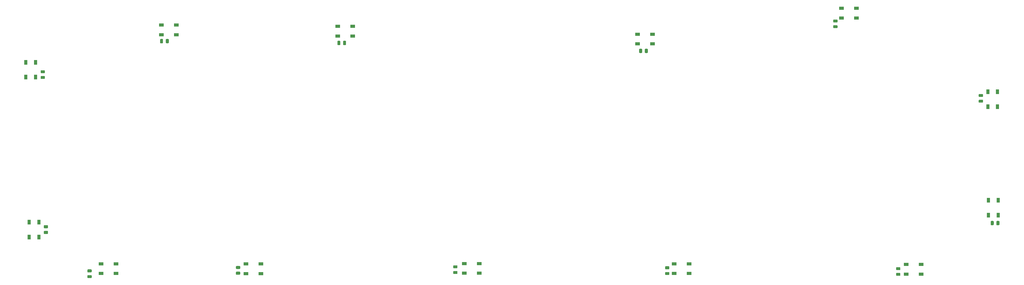
<source format=gbr>
G04 #@! TF.GenerationSoftware,KiCad,Pcbnew,5.1.5+dfsg1-2build2*
G04 #@! TF.CreationDate,2020-08-08T12:50:20+01:00*
G04 #@! TF.ProjectId,stoutgatv2,73746f75-7467-4617-9476-322e6b696361,0.2*
G04 #@! TF.SameCoordinates,Original*
G04 #@! TF.FileFunction,Paste,Bot*
G04 #@! TF.FilePolarity,Positive*
%FSLAX46Y46*%
G04 Gerber Fmt 4.6, Leading zero omitted, Abs format (unit mm)*
G04 Created by KiCad (PCBNEW 5.1.5+dfsg1-2build2) date 2020-08-08 12:50:20*
%MOMM*%
%LPD*%
G04 APERTURE LIST*
%ADD10C,0.100000*%
%ADD11R,1.500000X1.000000*%
%ADD12R,1.000000X1.500000*%
G04 APERTURE END LIST*
D10*
G36*
X384391842Y-164223374D02*
G01*
X384415503Y-164226884D01*
X384438707Y-164232696D01*
X384461229Y-164240754D01*
X384482853Y-164250982D01*
X384503370Y-164263279D01*
X384522583Y-164277529D01*
X384540307Y-164293593D01*
X384556371Y-164311317D01*
X384570621Y-164330530D01*
X384582918Y-164351047D01*
X384593146Y-164372671D01*
X384601204Y-164395193D01*
X384607016Y-164418397D01*
X384610526Y-164442058D01*
X384611700Y-164465950D01*
X384611700Y-165378450D01*
X384610526Y-165402342D01*
X384607016Y-165426003D01*
X384601204Y-165449207D01*
X384593146Y-165471729D01*
X384582918Y-165493353D01*
X384570621Y-165513870D01*
X384556371Y-165533083D01*
X384540307Y-165550807D01*
X384522583Y-165566871D01*
X384503370Y-165581121D01*
X384482853Y-165593418D01*
X384461229Y-165603646D01*
X384438707Y-165611704D01*
X384415503Y-165617516D01*
X384391842Y-165621026D01*
X384367950Y-165622200D01*
X383880450Y-165622200D01*
X383856558Y-165621026D01*
X383832897Y-165617516D01*
X383809693Y-165611704D01*
X383787171Y-165603646D01*
X383765547Y-165593418D01*
X383745030Y-165581121D01*
X383725817Y-165566871D01*
X383708093Y-165550807D01*
X383692029Y-165533083D01*
X383677779Y-165513870D01*
X383665482Y-165493353D01*
X383655254Y-165471729D01*
X383647196Y-165449207D01*
X383641384Y-165426003D01*
X383637874Y-165402342D01*
X383636700Y-165378450D01*
X383636700Y-164465950D01*
X383637874Y-164442058D01*
X383641384Y-164418397D01*
X383647196Y-164395193D01*
X383655254Y-164372671D01*
X383665482Y-164351047D01*
X383677779Y-164330530D01*
X383692029Y-164311317D01*
X383708093Y-164293593D01*
X383725817Y-164277529D01*
X383745030Y-164263279D01*
X383765547Y-164250982D01*
X383787171Y-164240754D01*
X383809693Y-164232696D01*
X383832897Y-164226884D01*
X383856558Y-164223374D01*
X383880450Y-164222200D01*
X384367950Y-164222200D01*
X384391842Y-164223374D01*
G37*
G36*
X382516842Y-164223374D02*
G01*
X382540503Y-164226884D01*
X382563707Y-164232696D01*
X382586229Y-164240754D01*
X382607853Y-164250982D01*
X382628370Y-164263279D01*
X382647583Y-164277529D01*
X382665307Y-164293593D01*
X382681371Y-164311317D01*
X382695621Y-164330530D01*
X382707918Y-164351047D01*
X382718146Y-164372671D01*
X382726204Y-164395193D01*
X382732016Y-164418397D01*
X382735526Y-164442058D01*
X382736700Y-164465950D01*
X382736700Y-165378450D01*
X382735526Y-165402342D01*
X382732016Y-165426003D01*
X382726204Y-165449207D01*
X382718146Y-165471729D01*
X382707918Y-165493353D01*
X382695621Y-165513870D01*
X382681371Y-165533083D01*
X382665307Y-165550807D01*
X382647583Y-165566871D01*
X382628370Y-165581121D01*
X382607853Y-165593418D01*
X382586229Y-165603646D01*
X382563707Y-165611704D01*
X382540503Y-165617516D01*
X382516842Y-165621026D01*
X382492950Y-165622200D01*
X382005450Y-165622200D01*
X381981558Y-165621026D01*
X381957897Y-165617516D01*
X381934693Y-165611704D01*
X381912171Y-165603646D01*
X381890547Y-165593418D01*
X381870030Y-165581121D01*
X381850817Y-165566871D01*
X381833093Y-165550807D01*
X381817029Y-165533083D01*
X381802779Y-165513870D01*
X381790482Y-165493353D01*
X381780254Y-165471729D01*
X381772196Y-165449207D01*
X381766384Y-165426003D01*
X381762874Y-165402342D01*
X381761700Y-165378450D01*
X381761700Y-164465950D01*
X381762874Y-164442058D01*
X381766384Y-164418397D01*
X381772196Y-164395193D01*
X381780254Y-164372671D01*
X381790482Y-164351047D01*
X381802779Y-164330530D01*
X381817029Y-164311317D01*
X381833093Y-164293593D01*
X381850817Y-164277529D01*
X381870030Y-164263279D01*
X381890547Y-164250982D01*
X381912171Y-164240754D01*
X381934693Y-164232696D01*
X381957897Y-164226884D01*
X381981558Y-164223374D01*
X382005450Y-164222200D01*
X382492950Y-164222200D01*
X382516842Y-164223374D01*
G37*
G36*
X378990942Y-124380074D02*
G01*
X379014603Y-124383584D01*
X379037807Y-124389396D01*
X379060329Y-124397454D01*
X379081953Y-124407682D01*
X379102470Y-124419979D01*
X379121683Y-124434229D01*
X379139407Y-124450293D01*
X379155471Y-124468017D01*
X379169721Y-124487230D01*
X379182018Y-124507747D01*
X379192246Y-124529371D01*
X379200304Y-124551893D01*
X379206116Y-124575097D01*
X379209626Y-124598758D01*
X379210800Y-124622650D01*
X379210800Y-125110150D01*
X379209626Y-125134042D01*
X379206116Y-125157703D01*
X379200304Y-125180907D01*
X379192246Y-125203429D01*
X379182018Y-125225053D01*
X379169721Y-125245570D01*
X379155471Y-125264783D01*
X379139407Y-125282507D01*
X379121683Y-125298571D01*
X379102470Y-125312821D01*
X379081953Y-125325118D01*
X379060329Y-125335346D01*
X379037807Y-125343404D01*
X379014603Y-125349216D01*
X378990942Y-125352726D01*
X378967050Y-125353900D01*
X378054550Y-125353900D01*
X378030658Y-125352726D01*
X378006997Y-125349216D01*
X377983793Y-125343404D01*
X377961271Y-125335346D01*
X377939647Y-125325118D01*
X377919130Y-125312821D01*
X377899917Y-125298571D01*
X377882193Y-125282507D01*
X377866129Y-125264783D01*
X377851879Y-125245570D01*
X377839582Y-125225053D01*
X377829354Y-125203429D01*
X377821296Y-125180907D01*
X377815484Y-125157703D01*
X377811974Y-125134042D01*
X377810800Y-125110150D01*
X377810800Y-124622650D01*
X377811974Y-124598758D01*
X377815484Y-124575097D01*
X377821296Y-124551893D01*
X377829354Y-124529371D01*
X377839582Y-124507747D01*
X377851879Y-124487230D01*
X377866129Y-124468017D01*
X377882193Y-124450293D01*
X377899917Y-124434229D01*
X377919130Y-124419979D01*
X377939647Y-124407682D01*
X377961271Y-124397454D01*
X377983793Y-124389396D01*
X378006997Y-124383584D01*
X378030658Y-124380074D01*
X378054550Y-124378900D01*
X378967050Y-124378900D01*
X378990942Y-124380074D01*
G37*
G36*
X378990942Y-122505074D02*
G01*
X379014603Y-122508584D01*
X379037807Y-122514396D01*
X379060329Y-122522454D01*
X379081953Y-122532682D01*
X379102470Y-122544979D01*
X379121683Y-122559229D01*
X379139407Y-122575293D01*
X379155471Y-122593017D01*
X379169721Y-122612230D01*
X379182018Y-122632747D01*
X379192246Y-122654371D01*
X379200304Y-122676893D01*
X379206116Y-122700097D01*
X379209626Y-122723758D01*
X379210800Y-122747650D01*
X379210800Y-123235150D01*
X379209626Y-123259042D01*
X379206116Y-123282703D01*
X379200304Y-123305907D01*
X379192246Y-123328429D01*
X379182018Y-123350053D01*
X379169721Y-123370570D01*
X379155471Y-123389783D01*
X379139407Y-123407507D01*
X379121683Y-123423571D01*
X379102470Y-123437821D01*
X379081953Y-123450118D01*
X379060329Y-123460346D01*
X379037807Y-123468404D01*
X379014603Y-123474216D01*
X378990942Y-123477726D01*
X378967050Y-123478900D01*
X378054550Y-123478900D01*
X378030658Y-123477726D01*
X378006997Y-123474216D01*
X377983793Y-123468404D01*
X377961271Y-123460346D01*
X377939647Y-123450118D01*
X377919130Y-123437821D01*
X377899917Y-123423571D01*
X377882193Y-123407507D01*
X377866129Y-123389783D01*
X377851879Y-123370570D01*
X377839582Y-123350053D01*
X377829354Y-123328429D01*
X377821296Y-123305907D01*
X377815484Y-123282703D01*
X377811974Y-123259042D01*
X377810800Y-123235150D01*
X377810800Y-122747650D01*
X377811974Y-122723758D01*
X377815484Y-122700097D01*
X377821296Y-122676893D01*
X377829354Y-122654371D01*
X377839582Y-122632747D01*
X377851879Y-122612230D01*
X377866129Y-122593017D01*
X377882193Y-122575293D01*
X377899917Y-122559229D01*
X377919130Y-122544979D01*
X377939647Y-122532682D01*
X377961271Y-122522454D01*
X377983793Y-122514396D01*
X378006997Y-122508584D01*
X378030658Y-122505074D01*
X378054550Y-122503900D01*
X378967050Y-122503900D01*
X378990942Y-122505074D01*
G37*
G36*
X275993942Y-180996674D02*
G01*
X276017603Y-181000184D01*
X276040807Y-181005996D01*
X276063329Y-181014054D01*
X276084953Y-181024282D01*
X276105470Y-181036579D01*
X276124683Y-181050829D01*
X276142407Y-181066893D01*
X276158471Y-181084617D01*
X276172721Y-181103830D01*
X276185018Y-181124347D01*
X276195246Y-181145971D01*
X276203304Y-181168493D01*
X276209116Y-181191697D01*
X276212626Y-181215358D01*
X276213800Y-181239250D01*
X276213800Y-181726750D01*
X276212626Y-181750642D01*
X276209116Y-181774303D01*
X276203304Y-181797507D01*
X276195246Y-181820029D01*
X276185018Y-181841653D01*
X276172721Y-181862170D01*
X276158471Y-181881383D01*
X276142407Y-181899107D01*
X276124683Y-181915171D01*
X276105470Y-181929421D01*
X276084953Y-181941718D01*
X276063329Y-181951946D01*
X276040807Y-181960004D01*
X276017603Y-181965816D01*
X275993942Y-181969326D01*
X275970050Y-181970500D01*
X275057550Y-181970500D01*
X275033658Y-181969326D01*
X275009997Y-181965816D01*
X274986793Y-181960004D01*
X274964271Y-181951946D01*
X274942647Y-181941718D01*
X274922130Y-181929421D01*
X274902917Y-181915171D01*
X274885193Y-181899107D01*
X274869129Y-181881383D01*
X274854879Y-181862170D01*
X274842582Y-181841653D01*
X274832354Y-181820029D01*
X274824296Y-181797507D01*
X274818484Y-181774303D01*
X274814974Y-181750642D01*
X274813800Y-181726750D01*
X274813800Y-181239250D01*
X274814974Y-181215358D01*
X274818484Y-181191697D01*
X274824296Y-181168493D01*
X274832354Y-181145971D01*
X274842582Y-181124347D01*
X274854879Y-181103830D01*
X274869129Y-181084617D01*
X274885193Y-181066893D01*
X274902917Y-181050829D01*
X274922130Y-181036579D01*
X274942647Y-181024282D01*
X274964271Y-181014054D01*
X274986793Y-181005996D01*
X275009997Y-181000184D01*
X275033658Y-180996674D01*
X275057550Y-180995500D01*
X275970050Y-180995500D01*
X275993942Y-180996674D01*
G37*
G36*
X275993942Y-179121674D02*
G01*
X276017603Y-179125184D01*
X276040807Y-179130996D01*
X276063329Y-179139054D01*
X276084953Y-179149282D01*
X276105470Y-179161579D01*
X276124683Y-179175829D01*
X276142407Y-179191893D01*
X276158471Y-179209617D01*
X276172721Y-179228830D01*
X276185018Y-179249347D01*
X276195246Y-179270971D01*
X276203304Y-179293493D01*
X276209116Y-179316697D01*
X276212626Y-179340358D01*
X276213800Y-179364250D01*
X276213800Y-179851750D01*
X276212626Y-179875642D01*
X276209116Y-179899303D01*
X276203304Y-179922507D01*
X276195246Y-179945029D01*
X276185018Y-179966653D01*
X276172721Y-179987170D01*
X276158471Y-180006383D01*
X276142407Y-180024107D01*
X276124683Y-180040171D01*
X276105470Y-180054421D01*
X276084953Y-180066718D01*
X276063329Y-180076946D01*
X276040807Y-180085004D01*
X276017603Y-180090816D01*
X275993942Y-180094326D01*
X275970050Y-180095500D01*
X275057550Y-180095500D01*
X275033658Y-180094326D01*
X275009997Y-180090816D01*
X274986793Y-180085004D01*
X274964271Y-180076946D01*
X274942647Y-180066718D01*
X274922130Y-180054421D01*
X274902917Y-180040171D01*
X274885193Y-180024107D01*
X274869129Y-180006383D01*
X274854879Y-179987170D01*
X274842582Y-179966653D01*
X274832354Y-179945029D01*
X274824296Y-179922507D01*
X274818484Y-179899303D01*
X274814974Y-179875642D01*
X274813800Y-179851750D01*
X274813800Y-179364250D01*
X274814974Y-179340358D01*
X274818484Y-179316697D01*
X274824296Y-179293493D01*
X274832354Y-179270971D01*
X274842582Y-179249347D01*
X274854879Y-179228830D01*
X274869129Y-179209617D01*
X274885193Y-179191893D01*
X274902917Y-179175829D01*
X274922130Y-179161579D01*
X274942647Y-179149282D01*
X274964271Y-179139054D01*
X274986793Y-179130996D01*
X275009997Y-179125184D01*
X275033658Y-179121674D01*
X275057550Y-179120500D01*
X275970050Y-179120500D01*
X275993942Y-179121674D01*
G37*
G36*
X111593542Y-104431774D02*
G01*
X111617203Y-104435284D01*
X111640407Y-104441096D01*
X111662929Y-104449154D01*
X111684553Y-104459382D01*
X111705070Y-104471679D01*
X111724283Y-104485929D01*
X111742007Y-104501993D01*
X111758071Y-104519717D01*
X111772321Y-104538930D01*
X111784618Y-104559447D01*
X111794846Y-104581071D01*
X111802904Y-104603593D01*
X111808716Y-104626797D01*
X111812226Y-104650458D01*
X111813400Y-104674350D01*
X111813400Y-105586850D01*
X111812226Y-105610742D01*
X111808716Y-105634403D01*
X111802904Y-105657607D01*
X111794846Y-105680129D01*
X111784618Y-105701753D01*
X111772321Y-105722270D01*
X111758071Y-105741483D01*
X111742007Y-105759207D01*
X111724283Y-105775271D01*
X111705070Y-105789521D01*
X111684553Y-105801818D01*
X111662929Y-105812046D01*
X111640407Y-105820104D01*
X111617203Y-105825916D01*
X111593542Y-105829426D01*
X111569650Y-105830600D01*
X111082150Y-105830600D01*
X111058258Y-105829426D01*
X111034597Y-105825916D01*
X111011393Y-105820104D01*
X110988871Y-105812046D01*
X110967247Y-105801818D01*
X110946730Y-105789521D01*
X110927517Y-105775271D01*
X110909793Y-105759207D01*
X110893729Y-105741483D01*
X110879479Y-105722270D01*
X110867182Y-105701753D01*
X110856954Y-105680129D01*
X110848896Y-105657607D01*
X110843084Y-105634403D01*
X110839574Y-105610742D01*
X110838400Y-105586850D01*
X110838400Y-104674350D01*
X110839574Y-104650458D01*
X110843084Y-104626797D01*
X110848896Y-104603593D01*
X110856954Y-104581071D01*
X110867182Y-104559447D01*
X110879479Y-104538930D01*
X110893729Y-104519717D01*
X110909793Y-104501993D01*
X110927517Y-104485929D01*
X110946730Y-104471679D01*
X110967247Y-104459382D01*
X110988871Y-104449154D01*
X111011393Y-104441096D01*
X111034597Y-104435284D01*
X111058258Y-104431774D01*
X111082150Y-104430600D01*
X111569650Y-104430600D01*
X111593542Y-104431774D01*
G37*
G36*
X109718542Y-104431774D02*
G01*
X109742203Y-104435284D01*
X109765407Y-104441096D01*
X109787929Y-104449154D01*
X109809553Y-104459382D01*
X109830070Y-104471679D01*
X109849283Y-104485929D01*
X109867007Y-104501993D01*
X109883071Y-104519717D01*
X109897321Y-104538930D01*
X109909618Y-104559447D01*
X109919846Y-104581071D01*
X109927904Y-104603593D01*
X109933716Y-104626797D01*
X109937226Y-104650458D01*
X109938400Y-104674350D01*
X109938400Y-105586850D01*
X109937226Y-105610742D01*
X109933716Y-105634403D01*
X109927904Y-105657607D01*
X109919846Y-105680129D01*
X109909618Y-105701753D01*
X109897321Y-105722270D01*
X109883071Y-105741483D01*
X109867007Y-105759207D01*
X109849283Y-105775271D01*
X109830070Y-105789521D01*
X109809553Y-105801818D01*
X109787929Y-105812046D01*
X109765407Y-105820104D01*
X109742203Y-105825916D01*
X109718542Y-105829426D01*
X109694650Y-105830600D01*
X109207150Y-105830600D01*
X109183258Y-105829426D01*
X109159597Y-105825916D01*
X109136393Y-105820104D01*
X109113871Y-105812046D01*
X109092247Y-105801818D01*
X109071730Y-105789521D01*
X109052517Y-105775271D01*
X109034793Y-105759207D01*
X109018729Y-105741483D01*
X109004479Y-105722270D01*
X108992182Y-105701753D01*
X108981954Y-105680129D01*
X108973896Y-105657607D01*
X108968084Y-105634403D01*
X108964574Y-105610742D01*
X108963400Y-105586850D01*
X108963400Y-104674350D01*
X108964574Y-104650458D01*
X108968084Y-104626797D01*
X108973896Y-104603593D01*
X108981954Y-104581071D01*
X108992182Y-104559447D01*
X109004479Y-104538930D01*
X109018729Y-104519717D01*
X109034793Y-104501993D01*
X109052517Y-104485929D01*
X109071730Y-104471679D01*
X109092247Y-104459382D01*
X109113871Y-104449154D01*
X109136393Y-104441096D01*
X109159597Y-104435284D01*
X109183258Y-104431774D01*
X109207150Y-104430600D01*
X109694650Y-104430600D01*
X109718542Y-104431774D01*
G37*
G36*
X331213542Y-99915274D02*
G01*
X331237203Y-99918784D01*
X331260407Y-99924596D01*
X331282929Y-99932654D01*
X331304553Y-99942882D01*
X331325070Y-99955179D01*
X331344283Y-99969429D01*
X331362007Y-99985493D01*
X331378071Y-100003217D01*
X331392321Y-100022430D01*
X331404618Y-100042947D01*
X331414846Y-100064571D01*
X331422904Y-100087093D01*
X331428716Y-100110297D01*
X331432226Y-100133958D01*
X331433400Y-100157850D01*
X331433400Y-100645350D01*
X331432226Y-100669242D01*
X331428716Y-100692903D01*
X331422904Y-100716107D01*
X331414846Y-100738629D01*
X331404618Y-100760253D01*
X331392321Y-100780770D01*
X331378071Y-100799983D01*
X331362007Y-100817707D01*
X331344283Y-100833771D01*
X331325070Y-100848021D01*
X331304553Y-100860318D01*
X331282929Y-100870546D01*
X331260407Y-100878604D01*
X331237203Y-100884416D01*
X331213542Y-100887926D01*
X331189650Y-100889100D01*
X330277150Y-100889100D01*
X330253258Y-100887926D01*
X330229597Y-100884416D01*
X330206393Y-100878604D01*
X330183871Y-100870546D01*
X330162247Y-100860318D01*
X330141730Y-100848021D01*
X330122517Y-100833771D01*
X330104793Y-100817707D01*
X330088729Y-100799983D01*
X330074479Y-100780770D01*
X330062182Y-100760253D01*
X330051954Y-100738629D01*
X330043896Y-100716107D01*
X330038084Y-100692903D01*
X330034574Y-100669242D01*
X330033400Y-100645350D01*
X330033400Y-100157850D01*
X330034574Y-100133958D01*
X330038084Y-100110297D01*
X330043896Y-100087093D01*
X330051954Y-100064571D01*
X330062182Y-100042947D01*
X330074479Y-100022430D01*
X330088729Y-100003217D01*
X330104793Y-99985493D01*
X330122517Y-99969429D01*
X330141730Y-99955179D01*
X330162247Y-99942882D01*
X330183871Y-99932654D01*
X330206393Y-99924596D01*
X330229597Y-99918784D01*
X330253258Y-99915274D01*
X330277150Y-99914100D01*
X331189650Y-99914100D01*
X331213542Y-99915274D01*
G37*
G36*
X331213542Y-98040274D02*
G01*
X331237203Y-98043784D01*
X331260407Y-98049596D01*
X331282929Y-98057654D01*
X331304553Y-98067882D01*
X331325070Y-98080179D01*
X331344283Y-98094429D01*
X331362007Y-98110493D01*
X331378071Y-98128217D01*
X331392321Y-98147430D01*
X331404618Y-98167947D01*
X331414846Y-98189571D01*
X331422904Y-98212093D01*
X331428716Y-98235297D01*
X331432226Y-98258958D01*
X331433400Y-98282850D01*
X331433400Y-98770350D01*
X331432226Y-98794242D01*
X331428716Y-98817903D01*
X331422904Y-98841107D01*
X331414846Y-98863629D01*
X331404618Y-98885253D01*
X331392321Y-98905770D01*
X331378071Y-98924983D01*
X331362007Y-98942707D01*
X331344283Y-98958771D01*
X331325070Y-98973021D01*
X331304553Y-98985318D01*
X331282929Y-98995546D01*
X331260407Y-99003604D01*
X331237203Y-99009416D01*
X331213542Y-99012926D01*
X331189650Y-99014100D01*
X330277150Y-99014100D01*
X330253258Y-99012926D01*
X330229597Y-99009416D01*
X330206393Y-99003604D01*
X330183871Y-98995546D01*
X330162247Y-98985318D01*
X330141730Y-98973021D01*
X330122517Y-98958771D01*
X330104793Y-98942707D01*
X330088729Y-98924983D01*
X330074479Y-98905770D01*
X330062182Y-98885253D01*
X330051954Y-98863629D01*
X330043896Y-98841107D01*
X330038084Y-98817903D01*
X330034574Y-98794242D01*
X330033400Y-98770350D01*
X330033400Y-98282850D01*
X330034574Y-98258958D01*
X330038084Y-98235297D01*
X330043896Y-98212093D01*
X330051954Y-98189571D01*
X330062182Y-98167947D01*
X330074479Y-98147430D01*
X330088729Y-98128217D01*
X330104793Y-98110493D01*
X330122517Y-98094429D01*
X330141730Y-98080179D01*
X330162247Y-98067882D01*
X330183871Y-98057654D01*
X330206393Y-98049596D01*
X330229597Y-98043784D01*
X330253258Y-98040274D01*
X330277150Y-98039100D01*
X331189650Y-98039100D01*
X331213542Y-98040274D01*
G37*
G36*
X86281342Y-182012674D02*
G01*
X86305003Y-182016184D01*
X86328207Y-182021996D01*
X86350729Y-182030054D01*
X86372353Y-182040282D01*
X86392870Y-182052579D01*
X86412083Y-182066829D01*
X86429807Y-182082893D01*
X86445871Y-182100617D01*
X86460121Y-182119830D01*
X86472418Y-182140347D01*
X86482646Y-182161971D01*
X86490704Y-182184493D01*
X86496516Y-182207697D01*
X86500026Y-182231358D01*
X86501200Y-182255250D01*
X86501200Y-182742750D01*
X86500026Y-182766642D01*
X86496516Y-182790303D01*
X86490704Y-182813507D01*
X86482646Y-182836029D01*
X86472418Y-182857653D01*
X86460121Y-182878170D01*
X86445871Y-182897383D01*
X86429807Y-182915107D01*
X86412083Y-182931171D01*
X86392870Y-182945421D01*
X86372353Y-182957718D01*
X86350729Y-182967946D01*
X86328207Y-182976004D01*
X86305003Y-182981816D01*
X86281342Y-182985326D01*
X86257450Y-182986500D01*
X85344950Y-182986500D01*
X85321058Y-182985326D01*
X85297397Y-182981816D01*
X85274193Y-182976004D01*
X85251671Y-182967946D01*
X85230047Y-182957718D01*
X85209530Y-182945421D01*
X85190317Y-182931171D01*
X85172593Y-182915107D01*
X85156529Y-182897383D01*
X85142279Y-182878170D01*
X85129982Y-182857653D01*
X85119754Y-182836029D01*
X85111696Y-182813507D01*
X85105884Y-182790303D01*
X85102374Y-182766642D01*
X85101200Y-182742750D01*
X85101200Y-182255250D01*
X85102374Y-182231358D01*
X85105884Y-182207697D01*
X85111696Y-182184493D01*
X85119754Y-182161971D01*
X85129982Y-182140347D01*
X85142279Y-182119830D01*
X85156529Y-182100617D01*
X85172593Y-182082893D01*
X85190317Y-182066829D01*
X85209530Y-182052579D01*
X85230047Y-182040282D01*
X85251671Y-182030054D01*
X85274193Y-182021996D01*
X85297397Y-182016184D01*
X85321058Y-182012674D01*
X85344950Y-182011500D01*
X86257450Y-182011500D01*
X86281342Y-182012674D01*
G37*
G36*
X86281342Y-180137674D02*
G01*
X86305003Y-180141184D01*
X86328207Y-180146996D01*
X86350729Y-180155054D01*
X86372353Y-180165282D01*
X86392870Y-180177579D01*
X86412083Y-180191829D01*
X86429807Y-180207893D01*
X86445871Y-180225617D01*
X86460121Y-180244830D01*
X86472418Y-180265347D01*
X86482646Y-180286971D01*
X86490704Y-180309493D01*
X86496516Y-180332697D01*
X86500026Y-180356358D01*
X86501200Y-180380250D01*
X86501200Y-180867750D01*
X86500026Y-180891642D01*
X86496516Y-180915303D01*
X86490704Y-180938507D01*
X86482646Y-180961029D01*
X86472418Y-180982653D01*
X86460121Y-181003170D01*
X86445871Y-181022383D01*
X86429807Y-181040107D01*
X86412083Y-181056171D01*
X86392870Y-181070421D01*
X86372353Y-181082718D01*
X86350729Y-181092946D01*
X86328207Y-181101004D01*
X86305003Y-181106816D01*
X86281342Y-181110326D01*
X86257450Y-181111500D01*
X85344950Y-181111500D01*
X85321058Y-181110326D01*
X85297397Y-181106816D01*
X85274193Y-181101004D01*
X85251671Y-181092946D01*
X85230047Y-181082718D01*
X85209530Y-181070421D01*
X85190317Y-181056171D01*
X85172593Y-181040107D01*
X85156529Y-181022383D01*
X85142279Y-181003170D01*
X85129982Y-180982653D01*
X85119754Y-180961029D01*
X85111696Y-180938507D01*
X85105884Y-180915303D01*
X85102374Y-180891642D01*
X85101200Y-180867750D01*
X85101200Y-180380250D01*
X85102374Y-180356358D01*
X85105884Y-180332697D01*
X85111696Y-180309493D01*
X85119754Y-180286971D01*
X85129982Y-180265347D01*
X85142279Y-180244830D01*
X85156529Y-180225617D01*
X85172593Y-180207893D01*
X85190317Y-180191829D01*
X85209530Y-180177579D01*
X85230047Y-180165282D01*
X85251671Y-180155054D01*
X85274193Y-180146996D01*
X85297397Y-180141184D01*
X85321058Y-180137674D01*
X85344950Y-180136500D01*
X86257450Y-180136500D01*
X86281342Y-180137674D01*
G37*
G36*
X206397942Y-180666474D02*
G01*
X206421603Y-180669984D01*
X206444807Y-180675796D01*
X206467329Y-180683854D01*
X206488953Y-180694082D01*
X206509470Y-180706379D01*
X206528683Y-180720629D01*
X206546407Y-180736693D01*
X206562471Y-180754417D01*
X206576721Y-180773630D01*
X206589018Y-180794147D01*
X206599246Y-180815771D01*
X206607304Y-180838293D01*
X206613116Y-180861497D01*
X206616626Y-180885158D01*
X206617800Y-180909050D01*
X206617800Y-181396550D01*
X206616626Y-181420442D01*
X206613116Y-181444103D01*
X206607304Y-181467307D01*
X206599246Y-181489829D01*
X206589018Y-181511453D01*
X206576721Y-181531970D01*
X206562471Y-181551183D01*
X206546407Y-181568907D01*
X206528683Y-181584971D01*
X206509470Y-181599221D01*
X206488953Y-181611518D01*
X206467329Y-181621746D01*
X206444807Y-181629804D01*
X206421603Y-181635616D01*
X206397942Y-181639126D01*
X206374050Y-181640300D01*
X205461550Y-181640300D01*
X205437658Y-181639126D01*
X205413997Y-181635616D01*
X205390793Y-181629804D01*
X205368271Y-181621746D01*
X205346647Y-181611518D01*
X205326130Y-181599221D01*
X205306917Y-181584971D01*
X205289193Y-181568907D01*
X205273129Y-181551183D01*
X205258879Y-181531970D01*
X205246582Y-181511453D01*
X205236354Y-181489829D01*
X205228296Y-181467307D01*
X205222484Y-181444103D01*
X205218974Y-181420442D01*
X205217800Y-181396550D01*
X205217800Y-180909050D01*
X205218974Y-180885158D01*
X205222484Y-180861497D01*
X205228296Y-180838293D01*
X205236354Y-180815771D01*
X205246582Y-180794147D01*
X205258879Y-180773630D01*
X205273129Y-180754417D01*
X205289193Y-180736693D01*
X205306917Y-180720629D01*
X205326130Y-180706379D01*
X205346647Y-180694082D01*
X205368271Y-180683854D01*
X205390793Y-180675796D01*
X205413997Y-180669984D01*
X205437658Y-180666474D01*
X205461550Y-180665300D01*
X206374050Y-180665300D01*
X206397942Y-180666474D01*
G37*
G36*
X206397942Y-178791474D02*
G01*
X206421603Y-178794984D01*
X206444807Y-178800796D01*
X206467329Y-178808854D01*
X206488953Y-178819082D01*
X206509470Y-178831379D01*
X206528683Y-178845629D01*
X206546407Y-178861693D01*
X206562471Y-178879417D01*
X206576721Y-178898630D01*
X206589018Y-178919147D01*
X206599246Y-178940771D01*
X206607304Y-178963293D01*
X206613116Y-178986497D01*
X206616626Y-179010158D01*
X206617800Y-179034050D01*
X206617800Y-179521550D01*
X206616626Y-179545442D01*
X206613116Y-179569103D01*
X206607304Y-179592307D01*
X206599246Y-179614829D01*
X206589018Y-179636453D01*
X206576721Y-179656970D01*
X206562471Y-179676183D01*
X206546407Y-179693907D01*
X206528683Y-179709971D01*
X206509470Y-179724221D01*
X206488953Y-179736518D01*
X206467329Y-179746746D01*
X206444807Y-179754804D01*
X206421603Y-179760616D01*
X206397942Y-179764126D01*
X206374050Y-179765300D01*
X205461550Y-179765300D01*
X205437658Y-179764126D01*
X205413997Y-179760616D01*
X205390793Y-179754804D01*
X205368271Y-179746746D01*
X205346647Y-179736518D01*
X205326130Y-179724221D01*
X205306917Y-179709971D01*
X205289193Y-179693907D01*
X205273129Y-179676183D01*
X205258879Y-179656970D01*
X205246582Y-179636453D01*
X205236354Y-179614829D01*
X205228296Y-179592307D01*
X205222484Y-179569103D01*
X205218974Y-179545442D01*
X205217800Y-179521550D01*
X205217800Y-179034050D01*
X205218974Y-179010158D01*
X205222484Y-178986497D01*
X205228296Y-178963293D01*
X205236354Y-178940771D01*
X205246582Y-178919147D01*
X205258879Y-178898630D01*
X205273129Y-178879417D01*
X205289193Y-178861693D01*
X205306917Y-178845629D01*
X205326130Y-178831379D01*
X205346647Y-178819082D01*
X205368271Y-178808854D01*
X205390793Y-178800796D01*
X205413997Y-178794984D01*
X205437658Y-178791474D01*
X205461550Y-178790300D01*
X206374050Y-178790300D01*
X206397942Y-178791474D01*
G37*
G36*
X135049342Y-180895074D02*
G01*
X135073003Y-180898584D01*
X135096207Y-180904396D01*
X135118729Y-180912454D01*
X135140353Y-180922682D01*
X135160870Y-180934979D01*
X135180083Y-180949229D01*
X135197807Y-180965293D01*
X135213871Y-180983017D01*
X135228121Y-181002230D01*
X135240418Y-181022747D01*
X135250646Y-181044371D01*
X135258704Y-181066893D01*
X135264516Y-181090097D01*
X135268026Y-181113758D01*
X135269200Y-181137650D01*
X135269200Y-181625150D01*
X135268026Y-181649042D01*
X135264516Y-181672703D01*
X135258704Y-181695907D01*
X135250646Y-181718429D01*
X135240418Y-181740053D01*
X135228121Y-181760570D01*
X135213871Y-181779783D01*
X135197807Y-181797507D01*
X135180083Y-181813571D01*
X135160870Y-181827821D01*
X135140353Y-181840118D01*
X135118729Y-181850346D01*
X135096207Y-181858404D01*
X135073003Y-181864216D01*
X135049342Y-181867726D01*
X135025450Y-181868900D01*
X134112950Y-181868900D01*
X134089058Y-181867726D01*
X134065397Y-181864216D01*
X134042193Y-181858404D01*
X134019671Y-181850346D01*
X133998047Y-181840118D01*
X133977530Y-181827821D01*
X133958317Y-181813571D01*
X133940593Y-181797507D01*
X133924529Y-181779783D01*
X133910279Y-181760570D01*
X133897982Y-181740053D01*
X133887754Y-181718429D01*
X133879696Y-181695907D01*
X133873884Y-181672703D01*
X133870374Y-181649042D01*
X133869200Y-181625150D01*
X133869200Y-181137650D01*
X133870374Y-181113758D01*
X133873884Y-181090097D01*
X133879696Y-181066893D01*
X133887754Y-181044371D01*
X133897982Y-181022747D01*
X133910279Y-181002230D01*
X133924529Y-180983017D01*
X133940593Y-180965293D01*
X133958317Y-180949229D01*
X133977530Y-180934979D01*
X133998047Y-180922682D01*
X134019671Y-180912454D01*
X134042193Y-180904396D01*
X134065397Y-180898584D01*
X134089058Y-180895074D01*
X134112950Y-180893900D01*
X135025450Y-180893900D01*
X135049342Y-180895074D01*
G37*
G36*
X135049342Y-179020074D02*
G01*
X135073003Y-179023584D01*
X135096207Y-179029396D01*
X135118729Y-179037454D01*
X135140353Y-179047682D01*
X135160870Y-179059979D01*
X135180083Y-179074229D01*
X135197807Y-179090293D01*
X135213871Y-179108017D01*
X135228121Y-179127230D01*
X135240418Y-179147747D01*
X135250646Y-179169371D01*
X135258704Y-179191893D01*
X135264516Y-179215097D01*
X135268026Y-179238758D01*
X135269200Y-179262650D01*
X135269200Y-179750150D01*
X135268026Y-179774042D01*
X135264516Y-179797703D01*
X135258704Y-179820907D01*
X135250646Y-179843429D01*
X135240418Y-179865053D01*
X135228121Y-179885570D01*
X135213871Y-179904783D01*
X135197807Y-179922507D01*
X135180083Y-179938571D01*
X135160870Y-179952821D01*
X135140353Y-179965118D01*
X135118729Y-179975346D01*
X135096207Y-179983404D01*
X135073003Y-179989216D01*
X135049342Y-179992726D01*
X135025450Y-179993900D01*
X134112950Y-179993900D01*
X134089058Y-179992726D01*
X134065397Y-179989216D01*
X134042193Y-179983404D01*
X134019671Y-179975346D01*
X133998047Y-179965118D01*
X133977530Y-179952821D01*
X133958317Y-179938571D01*
X133940593Y-179922507D01*
X133924529Y-179904783D01*
X133910279Y-179885570D01*
X133897982Y-179865053D01*
X133887754Y-179843429D01*
X133879696Y-179820907D01*
X133873884Y-179797703D01*
X133870374Y-179774042D01*
X133869200Y-179750150D01*
X133869200Y-179262650D01*
X133870374Y-179238758D01*
X133873884Y-179215097D01*
X133879696Y-179191893D01*
X133887754Y-179169371D01*
X133897982Y-179147747D01*
X133910279Y-179127230D01*
X133924529Y-179108017D01*
X133940593Y-179090293D01*
X133958317Y-179074229D01*
X133977530Y-179059979D01*
X133998047Y-179047682D01*
X134019671Y-179037454D01*
X134042193Y-179029396D01*
X134065397Y-179023584D01*
X134089058Y-179020074D01*
X134112950Y-179018900D01*
X135025450Y-179018900D01*
X135049342Y-179020074D01*
G37*
G36*
X71955742Y-165631974D02*
G01*
X71979403Y-165635484D01*
X72002607Y-165641296D01*
X72025129Y-165649354D01*
X72046753Y-165659582D01*
X72067270Y-165671879D01*
X72086483Y-165686129D01*
X72104207Y-165702193D01*
X72120271Y-165719917D01*
X72134521Y-165739130D01*
X72146818Y-165759647D01*
X72157046Y-165781271D01*
X72165104Y-165803793D01*
X72170916Y-165826997D01*
X72174426Y-165850658D01*
X72175600Y-165874550D01*
X72175600Y-166362050D01*
X72174426Y-166385942D01*
X72170916Y-166409603D01*
X72165104Y-166432807D01*
X72157046Y-166455329D01*
X72146818Y-166476953D01*
X72134521Y-166497470D01*
X72120271Y-166516683D01*
X72104207Y-166534407D01*
X72086483Y-166550471D01*
X72067270Y-166564721D01*
X72046753Y-166577018D01*
X72025129Y-166587246D01*
X72002607Y-166595304D01*
X71979403Y-166601116D01*
X71955742Y-166604626D01*
X71931850Y-166605800D01*
X71019350Y-166605800D01*
X70995458Y-166604626D01*
X70971797Y-166601116D01*
X70948593Y-166595304D01*
X70926071Y-166587246D01*
X70904447Y-166577018D01*
X70883930Y-166564721D01*
X70864717Y-166550471D01*
X70846993Y-166534407D01*
X70830929Y-166516683D01*
X70816679Y-166497470D01*
X70804382Y-166476953D01*
X70794154Y-166455329D01*
X70786096Y-166432807D01*
X70780284Y-166409603D01*
X70776774Y-166385942D01*
X70775600Y-166362050D01*
X70775600Y-165874550D01*
X70776774Y-165850658D01*
X70780284Y-165826997D01*
X70786096Y-165803793D01*
X70794154Y-165781271D01*
X70804382Y-165759647D01*
X70816679Y-165739130D01*
X70830929Y-165719917D01*
X70846993Y-165702193D01*
X70864717Y-165686129D01*
X70883930Y-165671879D01*
X70904447Y-165659582D01*
X70926071Y-165649354D01*
X70948593Y-165641296D01*
X70971797Y-165635484D01*
X70995458Y-165631974D01*
X71019350Y-165630800D01*
X71931850Y-165630800D01*
X71955742Y-165631974D01*
G37*
G36*
X71955742Y-167506974D02*
G01*
X71979403Y-167510484D01*
X72002607Y-167516296D01*
X72025129Y-167524354D01*
X72046753Y-167534582D01*
X72067270Y-167546879D01*
X72086483Y-167561129D01*
X72104207Y-167577193D01*
X72120271Y-167594917D01*
X72134521Y-167614130D01*
X72146818Y-167634647D01*
X72157046Y-167656271D01*
X72165104Y-167678793D01*
X72170916Y-167701997D01*
X72174426Y-167725658D01*
X72175600Y-167749550D01*
X72175600Y-168237050D01*
X72174426Y-168260942D01*
X72170916Y-168284603D01*
X72165104Y-168307807D01*
X72157046Y-168330329D01*
X72146818Y-168351953D01*
X72134521Y-168372470D01*
X72120271Y-168391683D01*
X72104207Y-168409407D01*
X72086483Y-168425471D01*
X72067270Y-168439721D01*
X72046753Y-168452018D01*
X72025129Y-168462246D01*
X72002607Y-168470304D01*
X71979403Y-168476116D01*
X71955742Y-168479626D01*
X71931850Y-168480800D01*
X71019350Y-168480800D01*
X70995458Y-168479626D01*
X70971797Y-168476116D01*
X70948593Y-168470304D01*
X70926071Y-168462246D01*
X70904447Y-168452018D01*
X70883930Y-168439721D01*
X70864717Y-168425471D01*
X70846993Y-168409407D01*
X70830929Y-168391683D01*
X70816679Y-168372470D01*
X70804382Y-168351953D01*
X70794154Y-168330329D01*
X70786096Y-168307807D01*
X70780284Y-168284603D01*
X70776774Y-168260942D01*
X70775600Y-168237050D01*
X70775600Y-167749550D01*
X70776774Y-167725658D01*
X70780284Y-167701997D01*
X70786096Y-167678793D01*
X70794154Y-167656271D01*
X70804382Y-167634647D01*
X70816679Y-167614130D01*
X70830929Y-167594917D01*
X70846993Y-167577193D01*
X70864717Y-167561129D01*
X70883930Y-167546879D01*
X70904447Y-167534582D01*
X70926071Y-167524354D01*
X70948593Y-167516296D01*
X70971797Y-167510484D01*
X70995458Y-167506974D01*
X71019350Y-167505800D01*
X71931850Y-167505800D01*
X71955742Y-167506974D01*
G37*
G36*
X268923442Y-107632174D02*
G01*
X268947103Y-107635684D01*
X268970307Y-107641496D01*
X268992829Y-107649554D01*
X269014453Y-107659782D01*
X269034970Y-107672079D01*
X269054183Y-107686329D01*
X269071907Y-107702393D01*
X269087971Y-107720117D01*
X269102221Y-107739330D01*
X269114518Y-107759847D01*
X269124746Y-107781471D01*
X269132804Y-107803993D01*
X269138616Y-107827197D01*
X269142126Y-107850858D01*
X269143300Y-107874750D01*
X269143300Y-108787250D01*
X269142126Y-108811142D01*
X269138616Y-108834803D01*
X269132804Y-108858007D01*
X269124746Y-108880529D01*
X269114518Y-108902153D01*
X269102221Y-108922670D01*
X269087971Y-108941883D01*
X269071907Y-108959607D01*
X269054183Y-108975671D01*
X269034970Y-108989921D01*
X269014453Y-109002218D01*
X268992829Y-109012446D01*
X268970307Y-109020504D01*
X268947103Y-109026316D01*
X268923442Y-109029826D01*
X268899550Y-109031000D01*
X268412050Y-109031000D01*
X268388158Y-109029826D01*
X268364497Y-109026316D01*
X268341293Y-109020504D01*
X268318771Y-109012446D01*
X268297147Y-109002218D01*
X268276630Y-108989921D01*
X268257417Y-108975671D01*
X268239693Y-108959607D01*
X268223629Y-108941883D01*
X268209379Y-108922670D01*
X268197082Y-108902153D01*
X268186854Y-108880529D01*
X268178796Y-108858007D01*
X268172984Y-108834803D01*
X268169474Y-108811142D01*
X268168300Y-108787250D01*
X268168300Y-107874750D01*
X268169474Y-107850858D01*
X268172984Y-107827197D01*
X268178796Y-107803993D01*
X268186854Y-107781471D01*
X268197082Y-107759847D01*
X268209379Y-107739330D01*
X268223629Y-107720117D01*
X268239693Y-107702393D01*
X268257417Y-107686329D01*
X268276630Y-107672079D01*
X268297147Y-107659782D01*
X268318771Y-107649554D01*
X268341293Y-107641496D01*
X268364497Y-107635684D01*
X268388158Y-107632174D01*
X268412050Y-107631000D01*
X268899550Y-107631000D01*
X268923442Y-107632174D01*
G37*
G36*
X267048442Y-107632174D02*
G01*
X267072103Y-107635684D01*
X267095307Y-107641496D01*
X267117829Y-107649554D01*
X267139453Y-107659782D01*
X267159970Y-107672079D01*
X267179183Y-107686329D01*
X267196907Y-107702393D01*
X267212971Y-107720117D01*
X267227221Y-107739330D01*
X267239518Y-107759847D01*
X267249746Y-107781471D01*
X267257804Y-107803993D01*
X267263616Y-107827197D01*
X267267126Y-107850858D01*
X267268300Y-107874750D01*
X267268300Y-108787250D01*
X267267126Y-108811142D01*
X267263616Y-108834803D01*
X267257804Y-108858007D01*
X267249746Y-108880529D01*
X267239518Y-108902153D01*
X267227221Y-108922670D01*
X267212971Y-108941883D01*
X267196907Y-108959607D01*
X267179183Y-108975671D01*
X267159970Y-108989921D01*
X267139453Y-109002218D01*
X267117829Y-109012446D01*
X267095307Y-109020504D01*
X267072103Y-109026316D01*
X267048442Y-109029826D01*
X267024550Y-109031000D01*
X266537050Y-109031000D01*
X266513158Y-109029826D01*
X266489497Y-109026316D01*
X266466293Y-109020504D01*
X266443771Y-109012446D01*
X266422147Y-109002218D01*
X266401630Y-108989921D01*
X266382417Y-108975671D01*
X266364693Y-108959607D01*
X266348629Y-108941883D01*
X266334379Y-108922670D01*
X266322082Y-108902153D01*
X266311854Y-108880529D01*
X266303796Y-108858007D01*
X266297984Y-108834803D01*
X266294474Y-108811142D01*
X266293300Y-108787250D01*
X266293300Y-107874750D01*
X266294474Y-107850858D01*
X266297984Y-107827197D01*
X266303796Y-107803993D01*
X266311854Y-107781471D01*
X266322082Y-107759847D01*
X266334379Y-107739330D01*
X266348629Y-107720117D01*
X266364693Y-107702393D01*
X266382417Y-107686329D01*
X266401630Y-107672079D01*
X266422147Y-107659782D01*
X266443771Y-107649554D01*
X266466293Y-107641496D01*
X266489497Y-107635684D01*
X266513158Y-107632174D01*
X266537050Y-107631000D01*
X267024550Y-107631000D01*
X267048442Y-107632174D01*
G37*
G36*
X70914342Y-114702674D02*
G01*
X70938003Y-114706184D01*
X70961207Y-114711996D01*
X70983729Y-114720054D01*
X71005353Y-114730282D01*
X71025870Y-114742579D01*
X71045083Y-114756829D01*
X71062807Y-114772893D01*
X71078871Y-114790617D01*
X71093121Y-114809830D01*
X71105418Y-114830347D01*
X71115646Y-114851971D01*
X71123704Y-114874493D01*
X71129516Y-114897697D01*
X71133026Y-114921358D01*
X71134200Y-114945250D01*
X71134200Y-115432750D01*
X71133026Y-115456642D01*
X71129516Y-115480303D01*
X71123704Y-115503507D01*
X71115646Y-115526029D01*
X71105418Y-115547653D01*
X71093121Y-115568170D01*
X71078871Y-115587383D01*
X71062807Y-115605107D01*
X71045083Y-115621171D01*
X71025870Y-115635421D01*
X71005353Y-115647718D01*
X70983729Y-115657946D01*
X70961207Y-115666004D01*
X70938003Y-115671816D01*
X70914342Y-115675326D01*
X70890450Y-115676500D01*
X69977950Y-115676500D01*
X69954058Y-115675326D01*
X69930397Y-115671816D01*
X69907193Y-115666004D01*
X69884671Y-115657946D01*
X69863047Y-115647718D01*
X69842530Y-115635421D01*
X69823317Y-115621171D01*
X69805593Y-115605107D01*
X69789529Y-115587383D01*
X69775279Y-115568170D01*
X69762982Y-115547653D01*
X69752754Y-115526029D01*
X69744696Y-115503507D01*
X69738884Y-115480303D01*
X69735374Y-115456642D01*
X69734200Y-115432750D01*
X69734200Y-114945250D01*
X69735374Y-114921358D01*
X69738884Y-114897697D01*
X69744696Y-114874493D01*
X69752754Y-114851971D01*
X69762982Y-114830347D01*
X69775279Y-114809830D01*
X69789529Y-114790617D01*
X69805593Y-114772893D01*
X69823317Y-114756829D01*
X69842530Y-114742579D01*
X69863047Y-114730282D01*
X69884671Y-114720054D01*
X69907193Y-114711996D01*
X69930397Y-114706184D01*
X69954058Y-114702674D01*
X69977950Y-114701500D01*
X70890450Y-114701500D01*
X70914342Y-114702674D01*
G37*
G36*
X70914342Y-116577674D02*
G01*
X70938003Y-116581184D01*
X70961207Y-116586996D01*
X70983729Y-116595054D01*
X71005353Y-116605282D01*
X71025870Y-116617579D01*
X71045083Y-116631829D01*
X71062807Y-116647893D01*
X71078871Y-116665617D01*
X71093121Y-116684830D01*
X71105418Y-116705347D01*
X71115646Y-116726971D01*
X71123704Y-116749493D01*
X71129516Y-116772697D01*
X71133026Y-116796358D01*
X71134200Y-116820250D01*
X71134200Y-117307750D01*
X71133026Y-117331642D01*
X71129516Y-117355303D01*
X71123704Y-117378507D01*
X71115646Y-117401029D01*
X71105418Y-117422653D01*
X71093121Y-117443170D01*
X71078871Y-117462383D01*
X71062807Y-117480107D01*
X71045083Y-117496171D01*
X71025870Y-117510421D01*
X71005353Y-117522718D01*
X70983729Y-117532946D01*
X70961207Y-117541004D01*
X70938003Y-117546816D01*
X70914342Y-117550326D01*
X70890450Y-117551500D01*
X69977950Y-117551500D01*
X69954058Y-117550326D01*
X69930397Y-117546816D01*
X69907193Y-117541004D01*
X69884671Y-117532946D01*
X69863047Y-117522718D01*
X69842530Y-117510421D01*
X69823317Y-117496171D01*
X69805593Y-117480107D01*
X69789529Y-117462383D01*
X69775279Y-117443170D01*
X69762982Y-117422653D01*
X69752754Y-117401029D01*
X69744696Y-117378507D01*
X69738884Y-117355303D01*
X69735374Y-117331642D01*
X69734200Y-117307750D01*
X69734200Y-116820250D01*
X69735374Y-116796358D01*
X69738884Y-116772697D01*
X69744696Y-116749493D01*
X69752754Y-116726971D01*
X69762982Y-116705347D01*
X69775279Y-116684830D01*
X69789529Y-116665617D01*
X69805593Y-116647893D01*
X69823317Y-116631829D01*
X69842530Y-116617579D01*
X69863047Y-116605282D01*
X69884671Y-116595054D01*
X69907193Y-116586996D01*
X69930397Y-116581184D01*
X69954058Y-116577674D01*
X69977950Y-116576500D01*
X70890450Y-116576500D01*
X70914342Y-116577674D01*
G37*
G36*
X169812642Y-105041374D02*
G01*
X169836303Y-105044884D01*
X169859507Y-105050696D01*
X169882029Y-105058754D01*
X169903653Y-105068982D01*
X169924170Y-105081279D01*
X169943383Y-105095529D01*
X169961107Y-105111593D01*
X169977171Y-105129317D01*
X169991421Y-105148530D01*
X170003718Y-105169047D01*
X170013946Y-105190671D01*
X170022004Y-105213193D01*
X170027816Y-105236397D01*
X170031326Y-105260058D01*
X170032500Y-105283950D01*
X170032500Y-106196450D01*
X170031326Y-106220342D01*
X170027816Y-106244003D01*
X170022004Y-106267207D01*
X170013946Y-106289729D01*
X170003718Y-106311353D01*
X169991421Y-106331870D01*
X169977171Y-106351083D01*
X169961107Y-106368807D01*
X169943383Y-106384871D01*
X169924170Y-106399121D01*
X169903653Y-106411418D01*
X169882029Y-106421646D01*
X169859507Y-106429704D01*
X169836303Y-106435516D01*
X169812642Y-106439026D01*
X169788750Y-106440200D01*
X169301250Y-106440200D01*
X169277358Y-106439026D01*
X169253697Y-106435516D01*
X169230493Y-106429704D01*
X169207971Y-106421646D01*
X169186347Y-106411418D01*
X169165830Y-106399121D01*
X169146617Y-106384871D01*
X169128893Y-106368807D01*
X169112829Y-106351083D01*
X169098579Y-106331870D01*
X169086282Y-106311353D01*
X169076054Y-106289729D01*
X169067996Y-106267207D01*
X169062184Y-106244003D01*
X169058674Y-106220342D01*
X169057500Y-106196450D01*
X169057500Y-105283950D01*
X169058674Y-105260058D01*
X169062184Y-105236397D01*
X169067996Y-105213193D01*
X169076054Y-105190671D01*
X169086282Y-105169047D01*
X169098579Y-105148530D01*
X169112829Y-105129317D01*
X169128893Y-105111593D01*
X169146617Y-105095529D01*
X169165830Y-105081279D01*
X169186347Y-105068982D01*
X169207971Y-105058754D01*
X169230493Y-105050696D01*
X169253697Y-105044884D01*
X169277358Y-105041374D01*
X169301250Y-105040200D01*
X169788750Y-105040200D01*
X169812642Y-105041374D01*
G37*
G36*
X167937642Y-105041374D02*
G01*
X167961303Y-105044884D01*
X167984507Y-105050696D01*
X168007029Y-105058754D01*
X168028653Y-105068982D01*
X168049170Y-105081279D01*
X168068383Y-105095529D01*
X168086107Y-105111593D01*
X168102171Y-105129317D01*
X168116421Y-105148530D01*
X168128718Y-105169047D01*
X168138946Y-105190671D01*
X168147004Y-105213193D01*
X168152816Y-105236397D01*
X168156326Y-105260058D01*
X168157500Y-105283950D01*
X168157500Y-106196450D01*
X168156326Y-106220342D01*
X168152816Y-106244003D01*
X168147004Y-106267207D01*
X168138946Y-106289729D01*
X168128718Y-106311353D01*
X168116421Y-106331870D01*
X168102171Y-106351083D01*
X168086107Y-106368807D01*
X168068383Y-106384871D01*
X168049170Y-106399121D01*
X168028653Y-106411418D01*
X168007029Y-106421646D01*
X167984507Y-106429704D01*
X167961303Y-106435516D01*
X167937642Y-106439026D01*
X167913750Y-106440200D01*
X167426250Y-106440200D01*
X167402358Y-106439026D01*
X167378697Y-106435516D01*
X167355493Y-106429704D01*
X167332971Y-106421646D01*
X167311347Y-106411418D01*
X167290830Y-106399121D01*
X167271617Y-106384871D01*
X167253893Y-106368807D01*
X167237829Y-106351083D01*
X167223579Y-106331870D01*
X167211282Y-106311353D01*
X167201054Y-106289729D01*
X167192996Y-106267207D01*
X167187184Y-106244003D01*
X167183674Y-106220342D01*
X167182500Y-106196450D01*
X167182500Y-105283950D01*
X167183674Y-105260058D01*
X167187184Y-105236397D01*
X167192996Y-105213193D01*
X167201054Y-105190671D01*
X167211282Y-105169047D01*
X167223579Y-105148530D01*
X167237829Y-105129317D01*
X167253893Y-105111593D01*
X167271617Y-105095529D01*
X167290830Y-105081279D01*
X167311347Y-105068982D01*
X167332971Y-105058754D01*
X167355493Y-105050696D01*
X167378697Y-105044884D01*
X167402358Y-105041374D01*
X167426250Y-105040200D01*
X167913750Y-105040200D01*
X167937642Y-105041374D01*
G37*
G36*
X351863742Y-181276074D02*
G01*
X351887403Y-181279584D01*
X351910607Y-181285396D01*
X351933129Y-181293454D01*
X351954753Y-181303682D01*
X351975270Y-181315979D01*
X351994483Y-181330229D01*
X352012207Y-181346293D01*
X352028271Y-181364017D01*
X352042521Y-181383230D01*
X352054818Y-181403747D01*
X352065046Y-181425371D01*
X352073104Y-181447893D01*
X352078916Y-181471097D01*
X352082426Y-181494758D01*
X352083600Y-181518650D01*
X352083600Y-182006150D01*
X352082426Y-182030042D01*
X352078916Y-182053703D01*
X352073104Y-182076907D01*
X352065046Y-182099429D01*
X352054818Y-182121053D01*
X352042521Y-182141570D01*
X352028271Y-182160783D01*
X352012207Y-182178507D01*
X351994483Y-182194571D01*
X351975270Y-182208821D01*
X351954753Y-182221118D01*
X351933129Y-182231346D01*
X351910607Y-182239404D01*
X351887403Y-182245216D01*
X351863742Y-182248726D01*
X351839850Y-182249900D01*
X350927350Y-182249900D01*
X350903458Y-182248726D01*
X350879797Y-182245216D01*
X350856593Y-182239404D01*
X350834071Y-182231346D01*
X350812447Y-182221118D01*
X350791930Y-182208821D01*
X350772717Y-182194571D01*
X350754993Y-182178507D01*
X350738929Y-182160783D01*
X350724679Y-182141570D01*
X350712382Y-182121053D01*
X350702154Y-182099429D01*
X350694096Y-182076907D01*
X350688284Y-182053703D01*
X350684774Y-182030042D01*
X350683600Y-182006150D01*
X350683600Y-181518650D01*
X350684774Y-181494758D01*
X350688284Y-181471097D01*
X350694096Y-181447893D01*
X350702154Y-181425371D01*
X350712382Y-181403747D01*
X350724679Y-181383230D01*
X350738929Y-181364017D01*
X350754993Y-181346293D01*
X350772717Y-181330229D01*
X350791930Y-181315979D01*
X350812447Y-181303682D01*
X350834071Y-181293454D01*
X350856593Y-181285396D01*
X350879797Y-181279584D01*
X350903458Y-181276074D01*
X350927350Y-181274900D01*
X351839850Y-181274900D01*
X351863742Y-181276074D01*
G37*
G36*
X351863742Y-179401074D02*
G01*
X351887403Y-179404584D01*
X351910607Y-179410396D01*
X351933129Y-179418454D01*
X351954753Y-179428682D01*
X351975270Y-179440979D01*
X351994483Y-179455229D01*
X352012207Y-179471293D01*
X352028271Y-179489017D01*
X352042521Y-179508230D01*
X352054818Y-179528747D01*
X352065046Y-179550371D01*
X352073104Y-179572893D01*
X352078916Y-179596097D01*
X352082426Y-179619758D01*
X352083600Y-179643650D01*
X352083600Y-180131150D01*
X352082426Y-180155042D01*
X352078916Y-180178703D01*
X352073104Y-180201907D01*
X352065046Y-180224429D01*
X352054818Y-180246053D01*
X352042521Y-180266570D01*
X352028271Y-180285783D01*
X352012207Y-180303507D01*
X351994483Y-180319571D01*
X351975270Y-180333821D01*
X351954753Y-180346118D01*
X351933129Y-180356346D01*
X351910607Y-180364404D01*
X351887403Y-180370216D01*
X351863742Y-180373726D01*
X351839850Y-180374900D01*
X350927350Y-180374900D01*
X350903458Y-180373726D01*
X350879797Y-180370216D01*
X350856593Y-180364404D01*
X350834071Y-180356346D01*
X350812447Y-180346118D01*
X350791930Y-180333821D01*
X350772717Y-180319571D01*
X350754993Y-180303507D01*
X350738929Y-180285783D01*
X350724679Y-180266570D01*
X350712382Y-180246053D01*
X350702154Y-180224429D01*
X350694096Y-180201907D01*
X350688284Y-180178703D01*
X350684774Y-180155042D01*
X350683600Y-180131150D01*
X350683600Y-179643650D01*
X350684774Y-179619758D01*
X350688284Y-179596097D01*
X350694096Y-179572893D01*
X350702154Y-179550371D01*
X350712382Y-179528747D01*
X350724679Y-179508230D01*
X350738929Y-179489017D01*
X350754993Y-179471293D01*
X350772717Y-179455229D01*
X350791930Y-179440979D01*
X350812447Y-179428682D01*
X350834071Y-179418454D01*
X350856593Y-179410396D01*
X350879797Y-179404584D01*
X350903458Y-179401074D01*
X350927350Y-179399900D01*
X351839850Y-179399900D01*
X351863742Y-179401074D01*
G37*
D11*
X109397800Y-103022000D03*
X109397800Y-99822000D03*
X114297800Y-103022000D03*
X114297800Y-99822000D03*
X167284400Y-103454200D03*
X167284400Y-100254200D03*
X172184400Y-103454200D03*
X172184400Y-100254200D03*
X265774000Y-106044800D03*
X265774000Y-102844800D03*
X270674000Y-106044800D03*
X270674000Y-102844800D03*
X332779200Y-97535800D03*
X332779200Y-94335800D03*
X337679200Y-97535800D03*
X337679200Y-94335800D03*
D12*
X380797000Y-121756000D03*
X383997000Y-121756000D03*
X380797000Y-126656000D03*
X383997000Y-126656000D03*
X381025600Y-157392200D03*
X384225600Y-157392200D03*
X381025600Y-162292200D03*
X384225600Y-162292200D03*
D11*
X358862800Y-178511400D03*
X358862800Y-181711400D03*
X353962800Y-178511400D03*
X353962800Y-181711400D03*
X282676600Y-178283000D03*
X282676600Y-181483000D03*
X277776600Y-178283000D03*
X277776600Y-181483000D03*
X213752600Y-178206600D03*
X213752600Y-181406600D03*
X208852600Y-178206600D03*
X208852600Y-181406600D03*
X142073800Y-178359000D03*
X142073800Y-181559000D03*
X137173800Y-178359000D03*
X137173800Y-181559000D03*
X94499600Y-178282800D03*
X94499600Y-181482800D03*
X89599600Y-178282800D03*
X89599600Y-181482800D03*
D12*
X69138600Y-169531200D03*
X65938600Y-169531200D03*
X69138600Y-164631200D03*
X65938600Y-164631200D03*
X68097200Y-116978600D03*
X64897200Y-116978600D03*
X68097200Y-112078600D03*
X64897200Y-112078600D03*
M02*

</source>
